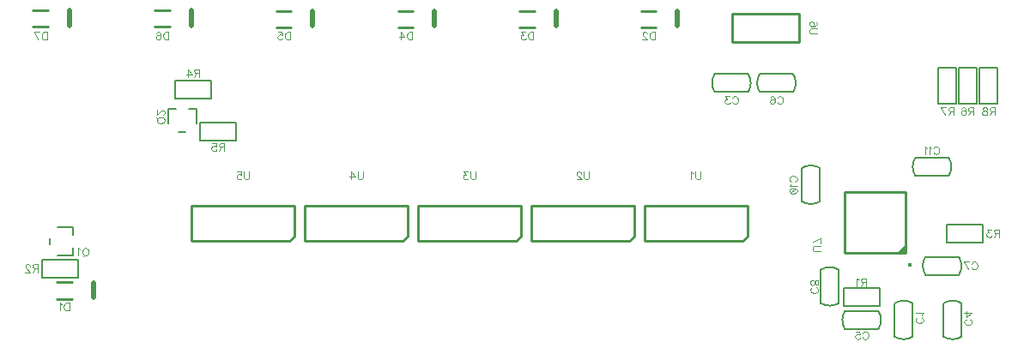
<source format=gbr>
G04 DipTrace 4.1.0.0*
G04 BottomSilk.gbr*
%MOIN*%
G04 #@! TF.FileFunction,Legend,Bot*
G04 #@! TF.Part,Single*
%ADD10C,0.009843*%
%ADD23C,0.005*%
%ADD28C,0.019685*%
%ADD89C,0.004632*%
%FSLAX26Y26*%
G04*
G70*
G90*
G75*
G01*
G04 BotSilk*
%LPD*%
X4173887Y583742D2*
D23*
G02X4243887Y583746I35003J-56248D01*
G01*
X4173887Y583742D2*
X4173893Y453742D1*
X4243893Y453746D2*
G02X4173893Y453742I-35003J56248D01*
G01*
X4243887Y583746D2*
X4243893Y453746D1*
X3605040Y1475062D2*
G02X3605042Y1405062I-56249J-35002D01*
G01*
X3605040Y1475062D2*
X3475040Y1475058D1*
X3475042Y1405058D2*
G02X3475040Y1475058I56249J35002D01*
G01*
X3605042Y1405062D2*
X3475042Y1405058D1*
X4363819Y583744D2*
G02X4433819Y583744I35000J-56250D01*
G01*
X4363819D2*
Y453744D1*
X4433819D2*
G02X4363819Y453744I-35000J56250D01*
G01*
X4433819Y583744D2*
Y453744D1*
X4110908Y553589D2*
G02X4110910Y483589I-56249J-35002D01*
G01*
X4110908Y553589D2*
X3980908Y553585D1*
X3980910Y483585D2*
G02X3980908Y553585I56249J35002D01*
G01*
X4110910Y483589D2*
X3980910Y483585D1*
X3649884Y1405059D2*
G02X3649882Y1475059I56249J35001D01*
G01*
X3649884Y1405059D2*
X3779884Y1405062D1*
X3779882Y1475062D2*
G02X3779884Y1405062I-56249J-35001D01*
G01*
X3649882Y1475059D2*
X3779882Y1475062D1*
X4293449Y694266D2*
G02X4293449Y764266I56250J35000D01*
G01*
Y694266D2*
X4423449D1*
Y764266D2*
G02X4423449Y694266I-56250J-35000D01*
G01*
X4293449Y764266D2*
X4423449D1*
X3957292Y584173D2*
G02X3887292Y584165I-35006J56246D01*
G01*
X3957292Y584173D2*
X3957278Y714173D1*
X3887278Y714165D2*
G02X3957278Y714173I35006J-56246D01*
G01*
X3887292Y584165D2*
X3887278Y714165D1*
X3813918Y1109654D2*
G02X3883918Y1109661I35006J-56246D01*
G01*
X3813918Y1109654D2*
X3813932Y979654D1*
X3883932Y979661D2*
G02X3813932Y979654I-35006J56246D01*
G01*
X3883918Y1109661D2*
X3883932Y979661D1*
X4384077Y1149456D2*
G02X4384080Y1079456I-56248J-35002D01*
G01*
X4384077Y1149456D2*
X4254077Y1149450D1*
X4254080Y1079450D2*
G02X4254077Y1149450I56248J35002D01*
G01*
X4384080Y1079456D2*
X4254080Y1079450D1*
X1062429Y664132D2*
D28*
X1062421Y605077D1*
X979185Y664695D2*
D10*
X920150Y664693D1*
X979188Y601057D2*
X920152Y601055D1*
X3331230Y1720639D2*
D28*
X3331219Y1661584D1*
X3247986Y1721206D2*
D10*
X3188950D1*
X3247986Y1657568D2*
X3188950D1*
X2858803Y1720639D2*
D28*
X2858793Y1661584D1*
X2775559Y1721206D2*
D10*
X2716524D1*
X2775559Y1657568D2*
X2716524D1*
X2387362Y1720639D2*
D28*
X2387352Y1661584D1*
X2304118Y1721206D2*
D10*
X2245083D1*
X2304118Y1657568D2*
X2245083D1*
X1914510Y1720639D2*
D28*
X1914500Y1661584D1*
X1831266Y1721206D2*
D10*
X1772231D1*
X1831266Y1657568D2*
X1772231D1*
X1442492Y1721890D2*
D28*
X1442482Y1662835D1*
X1359248Y1722457D2*
D10*
X1300213D1*
X1359248Y1658819D2*
X1300213D1*
X969638Y1721890D2*
D28*
X969627Y1662835D1*
X886394Y1722457D2*
D10*
X827358D1*
X886394Y1658819D2*
X827358D1*
X923683Y879873D2*
D23*
X981696Y879877D1*
X891700Y812874D2*
X891699Y837874D1*
X981703Y769880D2*
X981701Y799880D1*
X981703Y769880D2*
X923690Y769876D1*
X981698Y849880D2*
X981696Y879880D1*
X1352529Y1282478D2*
Y1340491D1*
X1419526Y1250491D2*
X1394526D1*
X1462526Y1340491D2*
X1432526D1*
X1462526D2*
Y1282478D1*
X1382526Y1340491D2*
X1352526D1*
X4115909Y572169D2*
Y642169D1*
X3975909D1*
Y572169D1*
X4115909D1*
X862462Y752868D2*
X862469Y682868D1*
X1002469Y682882D1*
X1002462Y752882D1*
X862462Y752868D1*
X4375860Y888626D2*
Y818626D1*
X4515860D1*
Y888626D1*
X4375860D1*
X1378803Y1449984D2*
Y1379984D1*
X1518803D1*
Y1449984D1*
X1378803D1*
X1475802Y1285982D2*
X1475804Y1215982D1*
X1615804Y1215986D1*
X1615802Y1285986D1*
X1475802Y1285982D1*
X4493961Y1498852D2*
X4423961D1*
Y1358852D1*
X4493961D1*
Y1498852D1*
X4413961D2*
X4343961D1*
Y1358852D1*
X4413961D1*
Y1498852D1*
X4573961D2*
X4503961D1*
Y1358852D1*
X4573961D1*
Y1498852D1*
X3584113Y824875D2*
D10*
X3202862D1*
Y962375D2*
X3602862Y962377D1*
X3202862Y824875D2*
Y962375D1*
X3602862D2*
Y843626D1*
X3584113Y824875D2*
X3602862Y843626D1*
X3144113Y824875D2*
X2762862D1*
Y962375D2*
X3162862Y962377D1*
X2762862Y824875D2*
Y962375D1*
X3162862D2*
Y843626D1*
X3144113Y824875D2*
X3162862Y843626D1*
X2704113Y824875D2*
X2322862D1*
Y962375D2*
X2722862Y962377D1*
X2322862Y824875D2*
Y962375D1*
X2722862D2*
Y843626D1*
X2704113Y824875D2*
X2722862Y843626D1*
X2264113Y824875D2*
X1882862D1*
Y962375D2*
X2282862Y962377D1*
X1882862Y824875D2*
Y962375D1*
X2282862D2*
Y843626D1*
X2264113Y824875D2*
X2282862Y843626D1*
X1824113Y824875D2*
X1442862D1*
Y962375D2*
X1842862Y962377D1*
X1442862Y824875D2*
Y962375D1*
X1842862D2*
Y843626D1*
X1824113Y824875D2*
X1842862Y843626D1*
X3802684Y1600269D2*
X3542854D1*
X3802684Y1710505D2*
X3542854D1*
Y1600269D2*
Y1710505D1*
X3802684Y1600269D2*
Y1710505D1*
X4215732Y1016028D2*
X3979512D1*
Y779807D1*
X4215732D1*
Y1016028D1*
G36*
Y779807D2*
X4184236D1*
X4215732Y811303D1*
Y779807D1*
G37*
G36*
X4233449Y740437D2*
X4234477Y740370D1*
X4235487Y740169D1*
X4236462Y739838D1*
X4237386Y739382D1*
X4238242Y738810D1*
X4239017Y738131D1*
X4239696Y737356D1*
X4240268Y736500D1*
X4240723Y735576D1*
X4241055Y734601D1*
X4241255Y733591D1*
X4241323Y732563D1*
X4241255Y731535D1*
X4241055Y730525D1*
X4240723Y729550D1*
X4240268Y728626D1*
X4239696Y727770D1*
X4239017Y726995D1*
X4238242Y726316D1*
X4237386Y725744D1*
X4236462Y725288D1*
X4235487Y724957D1*
X4234477Y724756D1*
X4233449Y724689D1*
D1*
X4232421Y724756D1*
X4231411Y724957D1*
X4230436Y725288D1*
X4229512Y725744D1*
X4228655Y726316D1*
X4227881Y726995D1*
X4227202Y727770D1*
X4226630Y728626D1*
X4226174Y729550D1*
X4225843Y730525D1*
X4225642Y731535D1*
X4225575Y732563D1*
X4225642Y733591D1*
X4225843Y734601D1*
X4226174Y735576D1*
X4226630Y736500D1*
X4227202Y737356D1*
X4227881Y738131D1*
X4228655Y738810D1*
X4229512Y739382D1*
X4230436Y739838D1*
X4231411Y740169D1*
X4232421Y740370D1*
X4233449Y740437D1*
D1*
G37*
X4278302Y528437D2*
D89*
X4281154Y527012D1*
X4284039Y524127D1*
X4285465Y521275D1*
Y515538D1*
X4284040Y512653D1*
X4281155Y509801D1*
X4278303Y508341D1*
X4273992Y506915D1*
X4266796D1*
X4262518Y508341D1*
X4259633Y509800D1*
X4256781Y512651D1*
X4255321Y515536D1*
Y521273D1*
X4256780Y524125D1*
X4259632Y527011D1*
X4262517Y528437D1*
X4279694Y537701D2*
X4281153Y540586D1*
X4285431Y544897D1*
X4255320Y544896D1*
X3543959Y1381722D2*
X3545384Y1384574D1*
X3548269Y1387460D1*
X3551121Y1388886D1*
X3556858D1*
X3559743Y1387460D1*
X3562595Y1384575D1*
X3564055Y1381723D1*
X3565481Y1377412D1*
Y1370216D1*
X3564055Y1365938D1*
X3562596Y1363053D1*
X3559744Y1360201D1*
X3556859Y1358742D1*
X3551122D1*
X3548270Y1360201D1*
X3545385Y1363052D1*
X3543959Y1365937D1*
X3531810Y1388852D2*
X3516058Y1388851D1*
X3524647Y1377378D1*
X3520336D1*
X3517484Y1375952D1*
X3516058Y1374526D1*
X3514599Y1370214D1*
Y1367363D1*
X3516059Y1363052D1*
X3518911Y1360167D1*
X3523222Y1358741D1*
X3527533D1*
X3531811Y1360167D1*
X3533236Y1361626D1*
X3534696Y1364478D1*
X4467481Y521274D2*
X4470333Y519848D1*
X4473218Y516963D1*
X4474644Y514111D1*
Y508374D1*
X4473218Y505489D1*
X4470333Y502637D1*
X4467481Y501178D1*
X4463170Y499752D1*
X4455974D1*
X4451696Y501178D1*
X4448811Y502637D1*
X4445959Y505489D1*
X4444500Y508374D1*
Y514111D1*
X4445959Y516963D1*
X4448811Y519848D1*
X4451696Y521274D1*
X4444500Y544896D2*
X4474611D1*
X4454548Y530537D1*
Y552059D1*
X4049828Y467246D2*
X4051254Y470098D1*
X4054139Y472983D1*
X4056991Y474409D1*
X4062728D1*
X4065613Y472984D1*
X4068465Y470099D1*
X4069924Y467247D1*
X4071351Y462936D1*
Y455740D1*
X4069925Y451462D1*
X4068466Y448577D1*
X4065614Y445725D1*
X4062729Y444265D1*
X4056992D1*
X4054140Y445724D1*
X4051255Y448576D1*
X4049829Y451461D1*
X4023354Y474375D2*
X4037680Y474376D1*
X4039106Y461476D1*
X4037680Y462902D1*
X4033369Y464361D1*
X4029091Y464360D1*
X4024780Y462901D1*
X4021895Y460049D1*
X4020469Y455738D1*
Y452886D1*
X4021895Y448575D1*
X4024781Y445690D1*
X4029092Y444264D1*
X4033369Y444265D1*
X4037680Y445691D1*
X4039106Y447150D1*
X4040565Y450002D1*
X3718072Y1381722D2*
X3719498Y1384574D1*
X3722383Y1387460D1*
X3725235Y1388886D1*
X3730972D1*
X3733857Y1387460D1*
X3736709Y1384575D1*
X3738168Y1381723D1*
X3739594Y1377412D1*
X3739595Y1370216D1*
X3738169Y1365938D1*
X3736710Y1363053D1*
X3733858Y1360201D1*
X3730973Y1358742D1*
X3725236D1*
X3722384Y1360201D1*
X3719499Y1363052D1*
X3718073Y1365937D1*
X3691598Y1384574D2*
X3693024Y1387426D1*
X3697335Y1388852D1*
X3700187D1*
X3704498Y1387426D1*
X3707383Y1383115D1*
X3708809Y1375952D1*
Y1368789D1*
X3707383Y1363052D1*
X3704498Y1360167D1*
X3700187Y1358741D1*
X3698761D1*
X3694483Y1360167D1*
X3691598Y1363052D1*
X3690172Y1367363D1*
Y1368789D1*
X3691598Y1373100D1*
X3694483Y1375952D1*
X3698761Y1377378D1*
X3700187D1*
X3704498Y1375952D1*
X3707383Y1373100D1*
X3708809Y1368789D1*
X4473370Y737833D2*
X4474796Y740685D1*
X4477681Y743570D1*
X4480533Y744996D1*
X4486270D1*
X4489155Y743570D1*
X4492007Y740685D1*
X4493466Y737833D1*
X4494892Y733522D1*
Y726325D1*
X4493466Y722048D1*
X4492007Y719163D1*
X4489155Y716311D1*
X4486270Y714852D1*
X4480533D1*
X4477681Y716311D1*
X4474796Y719163D1*
X4473370Y722048D1*
X4458370Y714852D2*
X4444011Y744962D1*
X4464107D1*
X3869939Y645265D2*
X3872791Y643840D1*
X3875677Y640955D1*
X3877103Y638103D1*
X3877104Y632366D1*
X3875678Y629481D1*
X3872793Y626629D1*
X3869942Y625169D1*
X3865631Y623743D1*
X3858435Y623742D1*
X3854157Y625167D1*
X3851271Y626626D1*
X3848419Y629478D1*
X3846960Y632363D1*
X3846959Y638100D1*
X3848418Y640952D1*
X3851269Y643837D1*
X3854154Y645263D1*
X3877067Y661692D2*
X3875642Y657414D1*
X3872790Y655955D1*
X3869905D1*
X3867053Y657413D1*
X3865593Y660265D1*
X3864167Y666002D1*
X3862740Y670313D1*
X3859855Y673165D1*
X3857003Y674590D1*
X3852692D1*
X3849840Y673163D1*
X3848381Y671737D1*
X3846956Y667426D1*
Y661689D1*
X3848383Y657411D1*
X3849842Y655952D1*
X3852694Y654527D1*
X3857005D1*
X3859857Y655954D1*
X3862742Y658839D1*
X3864167Y663117D1*
X3865593Y668854D1*
X3867051Y671739D1*
X3869903Y673166D1*
X3872788D1*
X3875640Y671740D1*
X3877067Y667429D1*
Y661692D1*
X3772153Y1056805D2*
X3769301Y1058230D1*
X3766416Y1061115D1*
X3764989Y1063967D1*
Y1069704D1*
X3766414Y1072589D1*
X3769299Y1075441D1*
X3772151Y1076901D1*
X3776462Y1078327D1*
X3783658Y1078328D1*
X3787936Y1076902D1*
X3790821Y1075444D1*
X3793673Y1072592D1*
X3795133Y1069707D1*
Y1063970D1*
X3793675Y1061118D1*
X3790823Y1058233D1*
X3787938Y1056806D1*
X3770761Y1047541D2*
X3769302Y1044656D1*
X3765025Y1040344D1*
X3795136Y1040347D1*
X3765027Y1022459D2*
X3766452Y1026770D1*
X3770763Y1029655D1*
X3777926Y1031082D1*
X3782237Y1031083D1*
X3789400Y1029657D1*
X3793711Y1026773D1*
X3795138Y1022462D1*
Y1019610D1*
X3793712Y1015299D1*
X3789402Y1012446D1*
X3782239Y1010987D1*
X3777928Y1010986D1*
X3770765Y1012444D1*
X3766454Y1015296D1*
X3765027Y1019607D1*
Y1022459D1*
X3770765Y1012444D2*
X3789400Y1029657D1*
X4324777Y1186228D2*
X4326203Y1189080D1*
X4329088Y1191965D1*
X4331939Y1193391D1*
X4337676D1*
X4340562Y1191966D1*
X4343414Y1189081D1*
X4344873Y1186229D1*
X4346299Y1181918D1*
Y1174722D1*
X4344874Y1170444D1*
X4343415Y1167559D1*
X4340563Y1164707D1*
X4337678Y1163247D1*
X4331941D1*
X4329089Y1164706D1*
X4326204Y1167558D1*
X4324778Y1170443D1*
X4315513Y1187620D2*
X4312628Y1189079D1*
X4308317Y1193357D1*
X4308318Y1163246D1*
X4299054Y1187620D2*
X4296168Y1189079D1*
X4291857Y1193356D1*
X4291859Y1163245D1*
X968020Y585243D2*
X968021Y555099D1*
X957973Y555098D1*
X953662Y556557D1*
X950777Y559409D1*
X949351Y562294D1*
X947925Y566572D1*
Y573768D1*
X949350Y578079D1*
X950776Y580931D1*
X953661Y583816D1*
X957972Y585242D1*
X968020Y585243D1*
X938661Y579471D2*
X935776Y580930D1*
X931464Y585208D1*
X931466Y555097D1*
X3243270Y1638754D2*
Y1608610D1*
X3233222D1*
X3228911Y1610069D1*
X3226026Y1612921D1*
X3224600Y1615806D1*
X3223174Y1620084D1*
Y1627280D1*
X3224600Y1631591D1*
X3226026Y1634443D1*
X3228911Y1637328D1*
X3233222Y1638754D1*
X3243270D1*
X3212451Y1631558D2*
Y1632984D1*
X3211025Y1635869D1*
X3209599Y1637295D1*
X3206714Y1638721D1*
X3200977D1*
X3198125Y1637295D1*
X3196699Y1635869D1*
X3195240Y1632984D1*
Y1630132D1*
X3196699Y1627247D1*
X3199551Y1622969D1*
X3213910Y1608610D1*
X3193814D1*
X2770843Y1638754D2*
Y1608610D1*
X2760795D1*
X2756484Y1610069D1*
X2753599Y1612921D1*
X2752173Y1615806D1*
X2750747Y1620084D1*
Y1627280D1*
X2752173Y1631591D1*
X2753599Y1634443D1*
X2756484Y1637328D1*
X2760795Y1638754D1*
X2770843D1*
X2738599Y1638721D2*
X2722847D1*
X2731436Y1627247D1*
X2727125D1*
X2724273Y1625821D1*
X2722847Y1624395D1*
X2721388Y1620084D1*
Y1617232D1*
X2722847Y1612921D1*
X2725699Y1610036D1*
X2730010Y1608610D1*
X2734321D1*
X2738599Y1610036D1*
X2740025Y1611495D1*
X2741484Y1614347D1*
X2300115Y1638754D2*
Y1608610D1*
X2290067D1*
X2285756Y1610069D1*
X2282871Y1612921D1*
X2281445Y1615806D1*
X2280019Y1620084D1*
Y1627280D1*
X2281445Y1631591D1*
X2282871Y1634443D1*
X2285756Y1637328D1*
X2290067Y1638754D1*
X2300115D1*
X2256397Y1608610D2*
Y1638721D1*
X2270756Y1618658D1*
X2249234D1*
X1826551Y1638754D2*
Y1608610D1*
X1816503D1*
X1812192Y1610069D1*
X1809307Y1612921D1*
X1807881Y1615806D1*
X1806455Y1620084D1*
Y1627280D1*
X1807881Y1631591D1*
X1809307Y1634443D1*
X1812192Y1637328D1*
X1816503Y1638754D1*
X1826551D1*
X1779980Y1638721D2*
X1794306D1*
X1795732Y1625821D1*
X1794306Y1627247D1*
X1789995Y1628706D1*
X1785717D1*
X1781406Y1627247D1*
X1778521Y1624395D1*
X1777095Y1620084D1*
Y1617232D1*
X1778521Y1612921D1*
X1781406Y1610036D1*
X1785717Y1608610D1*
X1789995D1*
X1794306Y1610036D1*
X1795732Y1611495D1*
X1797191Y1614347D1*
X1353803Y1638754D2*
Y1608610D1*
X1343755D1*
X1339444Y1610069D1*
X1336559Y1612921D1*
X1335133Y1615806D1*
X1333707Y1620084D1*
Y1627280D1*
X1335133Y1631591D1*
X1336559Y1634443D1*
X1339444Y1637328D1*
X1343755Y1638754D1*
X1353803D1*
X1307232Y1634443D2*
X1308658Y1637295D1*
X1312969Y1638721D1*
X1315821D1*
X1320132Y1637295D1*
X1323017Y1632984D1*
X1324443Y1625821D1*
Y1618658D1*
X1323017Y1612921D1*
X1320132Y1610036D1*
X1315821Y1608610D1*
X1314395D1*
X1310117Y1610036D1*
X1307232Y1612921D1*
X1305806Y1617232D1*
Y1618658D1*
X1307232Y1622969D1*
X1310117Y1625821D1*
X1314395Y1627247D1*
X1315821D1*
X1320132Y1625821D1*
X1323017Y1622969D1*
X1324443Y1618658D1*
X881678Y1638754D2*
Y1608610D1*
X871630D1*
X867319Y1610069D1*
X864434Y1612921D1*
X863008Y1615806D1*
X861582Y1620084D1*
Y1627280D1*
X863008Y1631591D1*
X864434Y1634443D1*
X867319Y1637328D1*
X871630Y1638754D1*
X881678D1*
X846581Y1608610D2*
X832222Y1638721D1*
X852318D1*
X1034605Y798702D2*
X1037457Y797309D1*
X1040343Y794424D1*
X1041769Y791539D1*
X1043228Y787228D1*
X1043229Y780065D1*
X1041770Y775754D1*
X1040344Y772902D1*
X1037459Y770017D1*
X1034607Y768591D1*
X1028870Y768590D1*
X1025985Y770016D1*
X1023133Y772901D1*
X1021707Y775753D1*
X1020247Y780064D1*
Y787227D1*
X1021706Y791538D1*
X1023132Y794423D1*
X1025983Y797308D1*
X1028868Y798701D1*
X1034605Y798702D1*
X1030296Y774327D2*
X1021708Y765705D1*
X1010983Y792930D2*
X1008098Y794389D1*
X1003787Y798666D1*
X1003789Y768555D1*
X1339049Y1292336D2*
X1337657Y1289484D1*
X1334771Y1286599D1*
X1331886Y1285173D1*
X1327575Y1283714D1*
X1320412D1*
X1316101Y1285173D1*
X1313250Y1286599D1*
X1310364Y1289484D1*
X1308938Y1292336D1*
Y1298073D1*
X1310364Y1300958D1*
X1313250Y1303810D1*
X1316101Y1305236D1*
X1320412Y1306695D1*
X1327575D1*
X1331886Y1305236D1*
X1334771Y1303810D1*
X1337657Y1300958D1*
X1339049Y1298073D1*
Y1292336D1*
X1314675Y1296647D2*
X1306053Y1305236D1*
X1331853Y1317418D2*
X1333279D1*
X1336164Y1318844D1*
X1337590Y1320270D1*
X1339016Y1323155D1*
Y1328892D1*
X1337590Y1331744D1*
X1336164Y1333170D1*
X1333279Y1334629D1*
X1330427D1*
X1327542Y1333170D1*
X1323264Y1330318D1*
X1308905Y1315959D1*
Y1336055D1*
X4064187Y666385D2*
X4051287D1*
X4046976Y667844D1*
X4045517Y669270D1*
X4044091Y672122D1*
Y675007D1*
X4045517Y677858D1*
X4046976Y679318D1*
X4051287Y680744D1*
X4064187D1*
Y650600D1*
X4054139Y666385D2*
X4044091Y650600D1*
X4034828Y674973D2*
X4031943Y676433D1*
X4027632Y680710D1*
Y650600D1*
X846189Y720393D2*
X833290Y720392D1*
X828978Y721850D1*
X827519Y723276D1*
X826093Y726128D1*
Y729013D1*
X827518Y731865D1*
X828977Y733324D1*
X833288Y734751D1*
X846188Y734752D1*
X846191Y704608D1*
X836141Y720392D2*
X826095Y704606D1*
X815370Y727553D2*
Y728979D1*
X813944Y731864D1*
X812518Y733290D1*
X809632Y734715D1*
X803895D1*
X801044Y733288D1*
X799618Y731862D1*
X798159Y728977D1*
Y726125D1*
X799619Y723240D1*
X802471Y718963D1*
X816831Y704605D1*
X796735Y704603D1*
X4580585Y856142D2*
X4567685D1*
X4563374Y857601D1*
X4561915Y859027D1*
X4560489Y861879D1*
Y864764D1*
X4561915Y867616D1*
X4563374Y869075D1*
X4567685Y870501D1*
X4580585D1*
Y840357D1*
X4570537Y856142D2*
X4560489Y840357D1*
X4548340Y870468D2*
X4532588D1*
X4541177Y858994D1*
X4536866D1*
X4534014Y857568D1*
X4532588Y856142D1*
X4531129Y851831D1*
Y848979D1*
X4532588Y844668D1*
X4535440Y841783D1*
X4539751Y840357D1*
X4544062D1*
X4548340Y841783D1*
X4549766Y843242D1*
X4551225Y846094D1*
X1474244Y1479559D2*
X1461344D1*
X1457033Y1481018D1*
X1455574Y1482444D1*
X1454148Y1485296D1*
Y1488181D1*
X1455574Y1491033D1*
X1457033Y1492492D1*
X1461344Y1493918D1*
X1474244D1*
Y1463774D1*
X1464196Y1479559D2*
X1454148Y1463774D1*
X1430525D2*
Y1493885D1*
X1444884Y1473822D1*
X1423362D1*
X1570533Y1191451D2*
X1557633Y1191450D1*
X1553322Y1192909D1*
X1551863Y1194335D1*
X1550437Y1197187D1*
X1550436Y1200072D1*
X1551862Y1202924D1*
X1553321Y1204383D1*
X1557632Y1205810D1*
X1570532D1*
X1570533Y1175666D1*
X1560485Y1191451D2*
X1550437Y1175665D1*
X1523962Y1205775D2*
X1538288Y1205776D1*
X1539714Y1192876D1*
X1538288Y1194302D1*
X1533977Y1195761D1*
X1529699D1*
X1525388Y1194301D1*
X1522503Y1191449D1*
X1521077Y1187138D1*
Y1184286D1*
X1522503Y1179976D1*
X1525389Y1177091D1*
X1529700Y1175665D1*
X1533977D1*
X1538288Y1177091D1*
X1539714Y1178550D1*
X1541173Y1181402D1*
X4479859Y1331074D2*
X4466959D1*
X4462648Y1332533D1*
X4461189Y1333959D1*
X4459763Y1336810D1*
Y1339696D1*
X4461189Y1342547D1*
X4462648Y1344007D1*
X4466959Y1345433D1*
X4479859D1*
Y1315289D1*
X4469811Y1331074D2*
X4459763Y1315289D1*
X4433289Y1341122D2*
X4434715Y1343973D1*
X4439026Y1345399D1*
X4441878D1*
X4446189Y1343973D1*
X4449074Y1339662D1*
X4450500Y1332499D1*
Y1325337D1*
X4449074Y1319600D1*
X4446189Y1316714D1*
X4441878Y1315289D1*
X4440452D1*
X4436174Y1316714D1*
X4433289Y1319600D1*
X4431863Y1323911D1*
Y1325337D1*
X4433289Y1329648D1*
X4436174Y1332499D1*
X4440452Y1333925D1*
X4441878D1*
X4446189Y1332499D1*
X4449074Y1329648D1*
X4450500Y1325337D1*
X4403688Y1331074D2*
X4390788D1*
X4386477Y1332533D1*
X4385018Y1333959D1*
X4383592Y1336810D1*
Y1339696D1*
X4385018Y1342547D1*
X4386477Y1344007D1*
X4390788Y1345433D1*
X4403688D1*
Y1315289D1*
X4393640Y1331074D2*
X4383592Y1315289D1*
X4368592D2*
X4354233Y1345399D1*
X4374329D1*
X4563669Y1331074D2*
X4550769D1*
X4546458Y1332533D1*
X4544999Y1333959D1*
X4543573Y1336810D1*
Y1339696D1*
X4544999Y1342547D1*
X4546458Y1344007D1*
X4550769Y1345433D1*
X4563669D1*
Y1315289D1*
X4553621Y1331074D2*
X4543573Y1315289D1*
X4527147Y1345399D2*
X4531425Y1343973D1*
X4532884Y1341122D1*
Y1338236D1*
X4531425Y1335385D1*
X4528573Y1333925D1*
X4522836Y1332499D1*
X4518525Y1331074D1*
X4515673Y1328188D1*
X4514247Y1325337D1*
Y1321026D1*
X4515673Y1318174D1*
X4517099Y1316714D1*
X4521410Y1315289D1*
X4527147D1*
X4531425Y1316714D1*
X4532884Y1318174D1*
X4534310Y1321026D1*
Y1325337D1*
X4532884Y1328188D1*
X4529999Y1331074D1*
X4525721Y1332499D1*
X4519984Y1333925D1*
X4517099Y1335385D1*
X4515673Y1338236D1*
Y1341122D1*
X4517099Y1343973D1*
X4521410Y1345399D1*
X4527147D1*
X3421140Y1095040D2*
Y1073518D1*
X3419714Y1069207D1*
X3416829Y1066355D1*
X3412518Y1064896D1*
X3409666D1*
X3405355Y1066355D1*
X3402470Y1069207D1*
X3401044Y1073518D1*
Y1095040D1*
X3391780Y1089270D2*
X3388895Y1090729D1*
X3384584Y1095007D1*
Y1064896D1*
X2987590Y1095040D2*
Y1073518D1*
X2986164Y1069207D1*
X2983279Y1066355D1*
X2978968Y1064896D1*
X2976116D1*
X2971805Y1066355D1*
X2968920Y1069207D1*
X2967494Y1073518D1*
Y1095040D1*
X2956771Y1087844D2*
Y1089270D1*
X2955345Y1092155D1*
X2953919Y1093581D1*
X2951034Y1095007D1*
X2945297D1*
X2942445Y1093581D1*
X2941019Y1092155D1*
X2939560Y1089270D1*
Y1086418D1*
X2941019Y1083533D1*
X2943871Y1079255D1*
X2958230Y1064896D1*
X2938134D1*
X2547590Y1095040D2*
Y1073518D1*
X2546164Y1069207D1*
X2543279Y1066355D1*
X2538968Y1064896D1*
X2536116D1*
X2531805Y1066355D1*
X2528920Y1069207D1*
X2527494Y1073518D1*
Y1095040D1*
X2515345Y1095007D2*
X2499594D1*
X2508182Y1083533D1*
X2503871D1*
X2501019Y1082107D1*
X2499594Y1080681D1*
X2498134Y1076370D1*
Y1073518D1*
X2499594Y1069207D1*
X2502445Y1066322D1*
X2506756Y1064896D1*
X2511067D1*
X2515345Y1066322D1*
X2516771Y1067781D1*
X2518230Y1070633D1*
X2108303Y1095040D2*
Y1073518D1*
X2106877Y1069207D1*
X2103992Y1066355D1*
X2099681Y1064896D1*
X2096829D1*
X2092518Y1066355D1*
X2089633Y1069207D1*
X2088207Y1073518D1*
Y1095040D1*
X2064584Y1064896D2*
Y1095007D1*
X2078943Y1074944D1*
X2057421D1*
X1667590Y1095040D2*
Y1073518D1*
X1666164Y1069207D1*
X1663279Y1066355D1*
X1658968Y1064896D1*
X1656116D1*
X1651805Y1066355D1*
X1648920Y1069207D1*
X1647494Y1073518D1*
Y1095040D1*
X1621019Y1095007D2*
X1635345D1*
X1636771Y1082107D1*
X1635345Y1083533D1*
X1631034Y1084992D1*
X1626756D1*
X1622445Y1083533D1*
X1619560Y1080681D1*
X1618134Y1076370D1*
Y1073518D1*
X1619560Y1069207D1*
X1622445Y1066322D1*
X1626756Y1064896D1*
X1631034D1*
X1635345Y1066322D1*
X1636771Y1067781D1*
X1638230Y1070633D1*
X3872618Y1631389D2*
X3851096D1*
X3846785Y1632815D1*
X3843933Y1635700D1*
X3842474Y1640011D1*
Y1642863D1*
X3843933Y1647174D1*
X3846785Y1650059D1*
X3851096Y1651485D1*
X3872618D1*
X3868307Y1677959D2*
X3871158Y1676533D1*
X3872584Y1672222D1*
Y1669371D1*
X3871158Y1665059D1*
X3866847Y1662174D1*
X3859685Y1660748D1*
X3852522D1*
X3846785Y1662174D1*
X3843900Y1665059D1*
X3842474Y1669371D1*
Y1670796D1*
X3843900Y1675074D1*
X3846785Y1677959D1*
X3851096Y1679385D1*
X3852522D1*
X3856833Y1677959D1*
X3859685Y1675074D1*
X3861110Y1670796D1*
Y1669371D1*
X3859685Y1665059D1*
X3856833Y1662174D1*
X3852522Y1660748D1*
X3885694Y786394D2*
X3864172D1*
X3859861Y787820D1*
X3857009Y790705D1*
X3855550Y795016D1*
Y797868D1*
X3857009Y802179D1*
X3859861Y805064D1*
X3864172Y806490D1*
X3885694D1*
X3855550Y821491D2*
X3885661Y835850D1*
Y815754D1*
M02*

</source>
